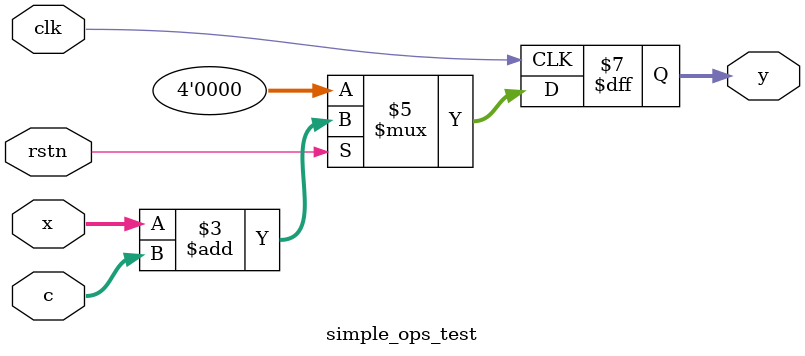
<source format=v>
module simple_ops_test(
    input wire clk,
    input wire rstn,
    input wire [3:0] x,
    input wire [3:0] c,
    output reg [3:0] y
);

always @(posedge clk) begin
    if (!rstn) begin
        y <= 4'd0;
    end else begin
        y <= x + c;
    end
end

endmodule
</source>
